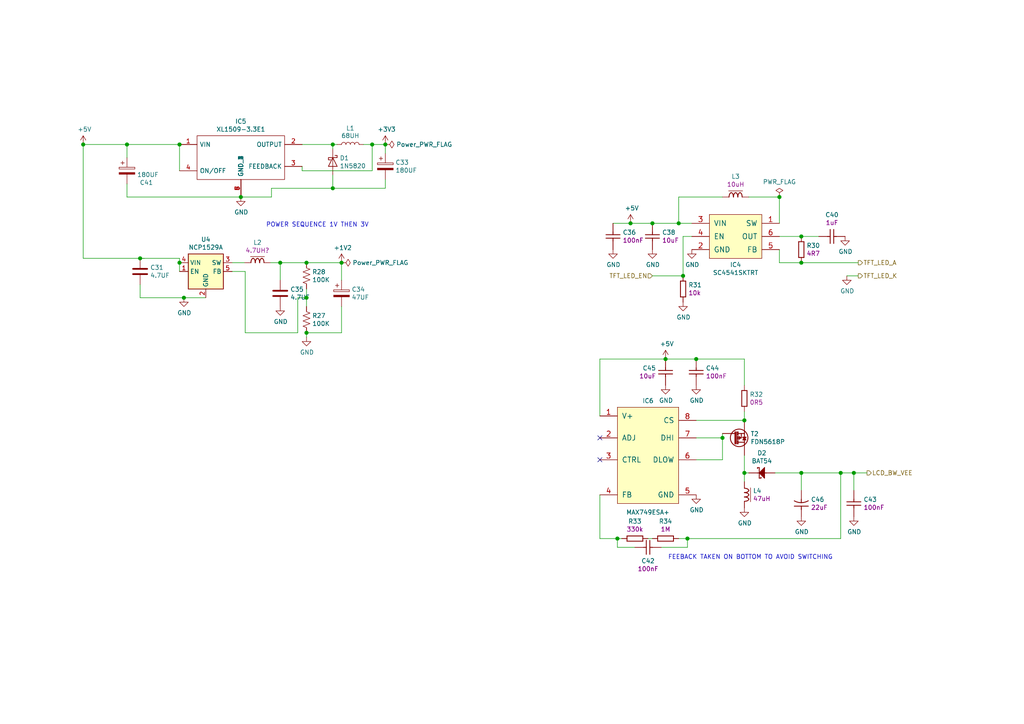
<source format=kicad_sch>
(kicad_sch (version 20200828) (generator eeschema)
  (page 3 7)
  (paper "A4")
  (junction (at 24.13 41.91) (diameter 1.016))
  (junction (at 36.83 41.91) (diameter 1.016))
  (junction (at 40.64 74.93) (diameter 1.016))
  (junction (at 52.07 41.91) (diameter 1.016))
  (junction (at 52.07 76.2) (diameter 1.016))
  (junction (at 53.34 86.36) (diameter 1.016))
  (junction (at 69.85 57.15) (diameter 1.016))
  (junction (at 81.28 76.2) (diameter 1.016))
  (junction (at 88.9 76.2) (diameter 1.016))
  (junction (at 88.9 86.36) (diameter 1.016))
  (junction (at 88.9 96.52) (diameter 1.016))
  (junction (at 96.52 41.91) (diameter 1.016))
  (junction (at 96.52 54.61) (diameter 1.016))
  (junction (at 99.06 76.2) (diameter 1.016))
  (junction (at 107.95 41.91) (diameter 1.016))
  (junction (at 111.76 41.91) (diameter 1.016))
  (junction (at 179.07 156.21) (diameter 1.016))
  (junction (at 182.88 64.77) (diameter 1.016))
  (junction (at 189.23 64.77) (diameter 1.016))
  (junction (at 193.04 104.14) (diameter 1.016))
  (junction (at 196.85 64.77) (diameter 1.016))
  (junction (at 198.12 80.01) (diameter 1.016))
  (junction (at 199.39 156.21) (diameter 1.016))
  (junction (at 201.93 104.14) (diameter 1.016))
  (junction (at 209.55 127) (diameter 1.016))
  (junction (at 215.9 121.92) (diameter 1.016))
  (junction (at 215.9 137.16) (diameter 1.016))
  (junction (at 226.06 57.15) (diameter 1.016))
  (junction (at 232.41 68.58) (diameter 1.016))
  (junction (at 232.41 76.2) (diameter 1.016))
  (junction (at 232.41 137.16) (diameter 1.016))
  (junction (at 243.84 137.16) (diameter 1.016))
  (junction (at 247.65 137.16) (diameter 1.016))
  (no_connect (at 173.99 127))
  (no_connect (at 173.99 133.35))
  (wire (pts (xy 24.13 41.91) (xy 36.83 41.91)))
  (wire (pts (xy 24.13 74.93) (xy 24.13 41.91)))
  (wire (pts (xy 36.83 41.91) (xy 36.83 45.72)))
  (wire (pts (xy 36.83 41.91) (xy 52.07 41.91)))
  (wire (pts (xy 36.83 57.15) (xy 36.83 53.34)))
  (wire (pts (xy 36.83 57.15) (xy 69.85 57.15)))
  (wire (pts (xy 40.64 74.93) (xy 24.13 74.93)))
  (wire (pts (xy 40.64 74.93) (xy 52.07 74.93)))
  (wire (pts (xy 40.64 86.36) (xy 40.64 82.55)))
  (wire (pts (xy 41.91 74.93) (xy 40.64 74.93)))
  (wire (pts (xy 52.07 41.91) (xy 52.07 49.53)))
  (wire (pts (xy 52.07 74.93) (xy 52.07 76.2)))
  (wire (pts (xy 52.07 76.2) (xy 52.07 78.74)))
  (wire (pts (xy 53.34 86.36) (xy 40.64 86.36)))
  (wire (pts (xy 59.69 86.36) (xy 53.34 86.36)))
  (wire (pts (xy 67.31 76.2) (xy 70.866 76.2)))
  (wire (pts (xy 67.31 78.74) (xy 71.12 78.74)))
  (wire (pts (xy 69.85 57.15) (xy 78.74 57.15)))
  (wire (pts (xy 71.12 78.74) (xy 71.12 96.52)))
  (wire (pts (xy 71.12 96.52) (xy 86.36 96.52)))
  (wire (pts (xy 78.486 76.2) (xy 81.28 76.2)))
  (wire (pts (xy 78.74 54.61) (xy 78.74 57.15)))
  (wire (pts (xy 78.74 54.61) (xy 96.52 54.61)))
  (wire (pts (xy 81.28 76.2) (xy 81.28 81.28)))
  (wire (pts (xy 81.28 76.2) (xy 88.9 76.2)))
  (wire (pts (xy 86.36 86.36) (xy 88.9 86.36)))
  (wire (pts (xy 86.36 96.52) (xy 86.36 86.36)))
  (wire (pts (xy 87.63 41.91) (xy 96.52 41.91)))
  (wire (pts (xy 87.63 48.26) (xy 87.63 49.53)))
  (wire (pts (xy 87.63 49.53) (xy 107.95 49.53)))
  (wire (pts (xy 88.9 83.82) (xy 88.9 86.36)))
  (wire (pts (xy 88.9 86.36) (xy 88.9 88.9)))
  (wire (pts (xy 88.9 96.52) (xy 88.9 97.79)))
  (wire (pts (xy 96.52 41.91) (xy 96.52 43.18)))
  (wire (pts (xy 96.52 41.91) (xy 97.79 41.91)))
  (wire (pts (xy 96.52 54.61) (xy 96.52 50.8)))
  (wire (pts (xy 99.06 76.2) (xy 88.9 76.2)))
  (wire (pts (xy 99.06 81.28) (xy 99.06 76.2)))
  (wire (pts (xy 99.06 88.9) (xy 99.06 96.52)))
  (wire (pts (xy 99.06 96.52) (xy 88.9 96.52)))
  (wire (pts (xy 105.41 41.91) (xy 107.95 41.91)))
  (wire (pts (xy 107.95 41.91) (xy 107.95 49.53)))
  (wire (pts (xy 107.95 41.91) (xy 111.76 41.91)))
  (wire (pts (xy 111.76 41.91) (xy 111.76 44.45)))
  (wire (pts (xy 111.76 52.07) (xy 111.76 54.61)))
  (wire (pts (xy 111.76 54.61) (xy 96.52 54.61)))
  (wire (pts (xy 173.99 104.14) (xy 173.99 120.65)))
  (wire (pts (xy 173.99 156.21) (xy 173.99 143.51)))
  (wire (pts (xy 179.07 156.21) (xy 173.99 156.21)))
  (wire (pts (xy 179.07 158.75) (xy 179.07 156.21)))
  (wire (pts (xy 180.34 156.21) (xy 179.07 156.21)))
  (wire (pts (xy 182.88 64.77) (xy 177.8 64.77)))
  (wire (pts (xy 184.15 158.75) (xy 179.07 158.75)))
  (wire (pts (xy 187.96 156.21) (xy 189.23 156.21)))
  (wire (pts (xy 189.23 64.77) (xy 182.88 64.77)))
  (wire (pts (xy 191.77 158.75) (xy 199.39 158.75)))
  (wire (pts (xy 193.04 104.14) (xy 173.99 104.14)))
  (wire (pts (xy 193.04 104.14) (xy 201.93 104.14)))
  (wire (pts (xy 196.85 57.15) (xy 196.85 64.77)))
  (wire (pts (xy 196.85 64.77) (xy 189.23 64.77)))
  (wire (pts (xy 196.85 156.21) (xy 199.39 156.21)))
  (wire (pts (xy 198.12 68.58) (xy 198.12 80.01)))
  (wire (pts (xy 198.12 80.01) (xy 189.23 80.01)))
  (wire (pts (xy 199.39 156.21) (xy 243.84 156.21)))
  (wire (pts (xy 199.39 158.75) (xy 199.39 156.21)))
  (wire (pts (xy 200.66 64.77) (xy 196.85 64.77)))
  (wire (pts (xy 200.66 68.58) (xy 198.12 68.58)))
  (wire (pts (xy 201.93 104.14) (xy 215.9 104.14)))
  (wire (pts (xy 201.93 121.92) (xy 215.9 121.92)))
  (wire (pts (xy 201.93 127) (xy 209.55 127)))
  (wire (pts (xy 201.93 133.35) (xy 209.55 133.35)))
  (wire (pts (xy 209.55 57.15) (xy 196.85 57.15)))
  (wire (pts (xy 209.55 125.73) (xy 209.55 127)))
  (wire (pts (xy 209.55 127) (xy 209.55 133.35)))
  (wire (pts (xy 215.9 104.14) (xy 215.9 111.76)))
  (wire (pts (xy 215.9 119.38) (xy 215.9 121.92)))
  (wire (pts (xy 215.9 132.08) (xy 215.9 137.16)))
  (wire (pts (xy 215.9 137.16) (xy 215.9 139.7)))
  (wire (pts (xy 217.17 57.15) (xy 226.06 57.15)))
  (wire (pts (xy 217.17 137.16) (xy 215.9 137.16)))
  (wire (pts (xy 224.79 137.16) (xy 232.41 137.16)))
  (wire (pts (xy 226.06 57.15) (xy 226.06 64.77)))
  (wire (pts (xy 226.06 68.58) (xy 232.41 68.58)))
  (wire (pts (xy 226.06 76.2) (xy 226.06 72.39)))
  (wire (pts (xy 226.06 76.2) (xy 232.41 76.2)))
  (wire (pts (xy 232.41 76.2) (xy 248.92 76.2)))
  (wire (pts (xy 232.41 137.16) (xy 232.41 142.24)))
  (wire (pts (xy 237.49 68.58) (xy 232.41 68.58)))
  (wire (pts (xy 243.84 137.16) (xy 232.41 137.16)))
  (wire (pts (xy 243.84 137.16) (xy 247.65 137.16)))
  (wire (pts (xy 243.84 156.21) (xy 243.84 137.16)))
  (wire (pts (xy 247.65 137.16) (xy 251.46 137.16)))
  (wire (pts (xy 247.65 142.24) (xy 247.65 137.16)))
  (wire (pts (xy 248.92 80.01) (xy 245.618 80.01)))
  (text "POWER SEQUENCE 1V THEN 3V " (at 107.95 66.04 180) (effects (font (size 1.27 1.27)) (justify right bottom)))
  (text "FEEBACK TAKEN ON BOTTOM TO AVOID SWITCHING" (at 241.554 162.433 180) (effects (font (size 1.27 1.27)) (justify right bottom)))
  (hierarchical_label "TFT_LED_EN" (shape input) (at 189.23 80.01 180))
  (hierarchical_label "TFT_LED_A" (shape output) (at 248.92 76.2 0))
  (hierarchical_label "TFT_LED_K" (shape output) (at 248.92 80.01 0))
  (hierarchical_label "LCD_BW_VEE" (shape output) (at 251.46 137.16 0))
  (symbol (lib_id "archive:Power_PWR_FLAG") (at 99.06 76.2 270) (unit 1)
    (property "Reference" "#FLG02" (effects hide))
    (property "Value" "Power_PWR_FLAG" (at 102.2351 76.2 90) (effects (justify left)))
  )
  (symbol (lib_id "archive:Power_PWR_FLAG") (at 111.76 41.91 270) (unit 1)
    (property "Reference" "#FLG03" (effects hide))
    (property "Value" "Power_PWR_FLAG" (at 114.9351 41.91 90) (effects (justify left)))
  )
  (symbol (lib_id "LCD_Board-rescue:PWR_FLAG-Power") (at 226.06 57.15 0) (unit 1)
    (property "Reference" "#FLG04" (effects hide))
    (property "Value" "PWR_FLAG" (at 226.06 52.7558 0))
  )
  (symbol (lib_id "LCD_Board-rescue:+5V-power") (at 24.13 41.91 0) (unit 1)
    (property "Reference" "#PWR049" (effects hide))
    (property "Value" "+5V" (at 24.511 37.5158 0))
  )
  (symbol (lib_id "power:+1V2") (at 99.06 76.2 0) (unit 1)
    (property "Reference" "#PWR054" (effects hide))
    (property "Value" "+1V2" (at 99.4283 71.8756 0))
  )
  (symbol (lib_id "LCD_Board-rescue:+3V3-power") (at 111.76 41.91 0) (unit 1)
    (property "Reference" "#PWR055" (effects hide))
    (property "Value" "+3V3" (at 112.141 37.5158 0))
  )
  (symbol (lib_id "LCD_Board-rescue:+5V-power") (at 182.88 64.77 0) (unit 1)
    (property "Reference" "#PWR057" (effects hide))
    (property "Value" "+5V" (at 183.261 60.3758 0))
  )
  (symbol (lib_id "LCD_Board-rescue:+5V-power") (at 193.04 104.14 0) (unit 1)
    (property "Reference" "#PWR059" (effects hide))
    (property "Value" "+5V" (at 193.421 99.7458 0))
  )
  (symbol (lib_id "Device:L") (at 101.6 41.91 90) (unit 1)
    (property "Reference" "L1" (at 101.6 37.1918 90))
    (property "Value" "68UH" (at 101.6 39.37 90))
    (property "Footprint" "lcd_cern:IND_MURATA-PS_8400" (effects hide))
  )
  (symbol (lib_id "LCD_Board-rescue:GND-power") (at 53.34 86.36 0) (unit 1)
    (property "Reference" "#PWR050" (effects hide))
    (property "Value" "GND" (at 53.467 90.7542 0))
  )
  (symbol (lib_id "LCD_Board-rescue:GND-power") (at 69.85 57.15 0) (unit 1)
    (property "Reference" "#PWR051" (effects hide))
    (property "Value" "GND" (at 69.977 61.5442 0))
  )
  (symbol (lib_id "LCD_Board-rescue:GND-power") (at 81.28 88.9 0) (unit 1)
    (property "Reference" "#PWR052" (effects hide))
    (property "Value" "GND" (at 81.407 93.2942 0))
  )
  (symbol (lib_id "LCD_Board-rescue:GND-power") (at 88.9 97.79 0) (unit 1)
    (property "Reference" "#PWR053" (effects hide))
    (property "Value" "GND" (at 89.027 102.1842 0))
  )
  (symbol (lib_id "LCD_Board-rescue:GND-power") (at 177.8 72.39 0) (unit 1)
    (property "Reference" "#PWR056" (effects hide))
    (property "Value" "GND" (at 177.927 76.7842 0))
  )
  (symbol (lib_id "LCD_Board-rescue:GND-power") (at 189.23 72.39 0) (unit 1)
    (property "Reference" "#PWR058" (effects hide))
    (property "Value" "GND" (at 189.357 76.7842 0))
  )
  (symbol (lib_id "LCD_Board-rescue:GND-power") (at 193.04 111.76 0) (unit 1)
    (property "Reference" "#PWR060" (effects hide))
    (property "Value" "GND" (at 193.167 116.1542 0))
  )
  (symbol (lib_id "LCD_Board-rescue:GND-power") (at 198.12 87.63 0) (unit 1)
    (property "Reference" "#PWR061" (effects hide))
    (property "Value" "GND" (at 198.247 92.0242 0))
  )
  (symbol (lib_id "LCD_Board-rescue:GND-power") (at 200.66 72.39 0) (unit 1)
    (property "Reference" "#PWR062" (effects hide))
    (property "Value" "GND" (at 200.787 76.7842 0))
  )
  (symbol (lib_id "LCD_Board-rescue:GND-power") (at 201.93 111.76 0) (unit 1)
    (property "Reference" "#PWR063" (effects hide))
    (property "Value" "GND" (at 202.057 116.1542 0))
  )
  (symbol (lib_id "LCD_Board-rescue:GND-power") (at 201.93 143.51 0) (unit 1)
    (property "Reference" "#PWR064" (effects hide))
    (property "Value" "GND" (at 202.057 147.9042 0))
  )
  (symbol (lib_id "LCD_Board-rescue:GND-power") (at 215.9 147.32 0) (unit 1)
    (property "Reference" "#PWR065" (effects hide))
    (property "Value" "GND" (at 216.027 151.7142 0))
  )
  (symbol (lib_id "LCD_Board-rescue:GND-power") (at 232.41 149.86 0) (unit 1)
    (property "Reference" "#PWR066" (effects hide))
    (property "Value" "GND" (at 232.537 154.2542 0))
  )
  (symbol (lib_id "LCD_Board-rescue:GND-power") (at 245.11 68.58 0) (unit 1)
    (property "Reference" "#PWR067" (effects hide))
    (property "Value" "GND" (at 245.237 72.9742 0))
  )
  (symbol (lib_id "LCD_Board-rescue:GND-power") (at 245.618 80.01 0) (unit 1)
    (property "Reference" "#PWR068" (effects hide))
    (property "Value" "GND" (at 245.745 84.4042 0))
  )
  (symbol (lib_id "LCD_Board-rescue:GND-power") (at 247.65 149.86 0) (unit 1)
    (property "Reference" "#PWR069" (effects hide))
    (property "Value" "GND" (at 247.777 154.2542 0))
  )
  (symbol (lib_id "LCD_Board-rescue:R0603_330K_1%_0.1W_100PPM-Resistors_SMD") (at 180.34 156.21 0) (unit 1)
    (property "Reference" "R33" (at 184.15 151.2062 0))
    (property "Value" "R0603_330K_1%_0.1W_100PPM" (effects hide))
    (property "Footprint" "Resistor_SMD:R_0603_1608Metric_Pad0.99x1.00mm_HandSolder" (effects hide))
    (property "Datasheet" " " (effects hide))
    (property "Val" "330k" (at 184.15 153.5176 0))
    (property "Part Number" "R0603_330K_1%_0.1W_100PPM" (effects hide))
    (property "Library Ref" "Resistor - 1%" (effects hide))
    (property "Library Path" "SchLib\\Resistors.SchLib" (effects hide))
    (property "Comment" "330k" (effects hide))
    (property "Component Kind" "Standard" (effects hide))
    (property "Component Type" "Standard" (effects hide))
    (property "PackageDescription" " " (effects hide))
    (property "Pin Count" "2" (effects hide))
    (property "Footprint Path" "PcbLib\\Resistors SMD.PcbLib" (effects hide))
    (property "Footprint Ref" "RESC1608X55N" (effects hide))
    (property "Status" "Preferred" (effects hide))
    (property "Power" "0.1W" (effects hide))
    (property "TC" "±100ppm/°C" (effects hide))
    (property "Voltage" " " (effects hide))
    (property "Tolerance" "±1%" (effects hide))
    (property "Part Description" "General Purpose Thick Film Chip Resistor" (effects hide))
    (property "Manufacturer" "GENERIC" (effects hide))
    (property "Manufacturer Part Number" "R0603_330K_1%_0.1W_100PPM" (effects hide))
    (property "Case" "0603" (effects hide))
    (property "PressFit" "No" (effects hide))
    (property "Mounted" "Yes" (effects hide))
    (property "Sense Comment" " " (effects hide))
    (property "Sense" "No" (effects hide))
    (property "Status Comment" " " (effects hide))
    (property "Socket" "No" (effects hide))
    (property "SMD" "Yes" (effects hide))
    (property "ComponentHeight" " " (effects hide))
    (property "Manufacturer1 Example" "NIC COMPONENT" (effects hide))
    (property "Manufacturer1 Part Number" "NRC06F3303TRF" (effects hide))
    (property "Manufacturer1 ComponentHeight" "0.55mm" (effects hide))
    (property "Author" "CERN DEM JLC" (effects hide))
    (property "CreateDate" "12/03/07 00:00:00" (effects hide))
    (property "LatestRevisionDate" "03/13/08 00:00:00" (effects hide))
    (property "Database Table Name" "Resistors" (effects hide))
    (property "Library Name" "Resistors SMD" (effects hide))
    (property "Footprint Library" "Resistors SMD" (effects hide))
    (property "License" "This work is licensed under the Creative Commons CC-BY-SA 4.0 License. To the extent that circuit schematics that use Licensed Material can be considered to be ‘Adapted Material’, then the copyright holder waives article 3.b of the license with respect to these schematics." (effects hide))
  )
  (symbol (lib_id "LCD_Board-rescue:R0402_1M_1%_0.0625W_100PPM-Resistors_SMD") (at 189.23 156.21 0) (unit 1)
    (property "Reference" "R34" (at 193.04 151.2062 0))
    (property "Value" "R0402_1M_1%_0.0625W_100PPM" (effects hide))
    (property "Footprint" "Resistor_SMD:R_0603_1608Metric_Pad0.99x1.00mm_HandSolder" (effects hide))
    (property "Datasheet" " " (effects hide))
    (property "Val" "1M" (at 193.04 153.5176 0))
    (property "Part Number" "R0402_1M_1%_0.0625W_100PPM" (effects hide))
    (property "Library Ref" "Resistor - 1%" (effects hide))
    (property "Library Path" "SchLib\\Resistors.SchLib" (effects hide))
    (property "Comment" "1M" (effects hide))
    (property "Component Kind" "Standard" (effects hide))
    (property "Component Type" "Standard" (effects hide))
    (property "PackageDescription" " " (effects hide))
    (property "Pin Count" "2" (effects hide))
    (property "Footprint Path" "PcbLib\\Resistors SMD.PcbLib" (effects hide))
    (property "Footprint Ref" "RESC1005X40N" (effects hide))
    (property "Status" "Not Recommended" (effects hide))
    (property "Power" "0.0625W" (effects hide))
    (property "TC" "±100ppm/°C" (effects hide))
    (property "Voltage" " " (effects hide))
    (property "Tolerance" "±1%" (effects hide))
    (property "Part Description" "General Purpose Thick Film Chip Resistor" (effects hide))
    (property "Manufacturer" "GENERIC" (effects hide))
    (property "Manufacturer Part Number" "R0402_1M_1%_0.0625W_100PPM" (effects hide))
    (property "Case" "0402" (effects hide))
    (property "PressFit" "No" (effects hide))
    (property "Mounted" "Yes" (effects hide))
    (property "Sense Comment" " " (effects hide))
    (property "Sense" "No" (effects hide))
    (property "Status Comment" " " (effects hide))
    (property "Socket" "No" (effects hide))
    (property "SMD" "Yes" (effects hide))
    (property "ComponentHeight" " " (effects hide))
    (property "Manufacturer1 Example" "YAGEO PHYCOMP" (effects hide))
    (property "Manufacturer1 Part Number" "232270671005L" (effects hide))
    (property "Manufacturer1 ComponentHeight" "0.4mm" (effects hide))
    (property "Author" "CERN DEM JLC" (effects hide))
    (property "CreateDate" "12/03/07 00:00:00" (effects hide))
    (property "LatestRevisionDate" "10/17/12 00:00:00" (effects hide))
    (property "Database Table Name" "Resistors" (effects hide))
    (property "Library Name" "Resistors SMD" (effects hide))
    (property "Footprint Library" "Resistors SMD" (effects hide))
    (property "License" "This work is licensed under the Creative Commons CC-BY-SA 4.0 License. To the extent that circuit schematics that use Licensed Material can be considered to be ‘Adapted Material’, then the copyright holder waives article 3.b of the license with respect to these schematics." (effects hide))
  )
  (symbol (lib_id "LCD_Board-rescue:R0402_10K_1%_0.0625W_100PPM-Resistors_SMD") (at 198.12 80.01 270) (unit 1)
    (property "Reference" "R31" (at 199.644 82.6516 90) (effects (justify left)))
    (property "Value" "R0402_10K_1%_0.0625W_100PPM" (effects hide))
    (property "Footprint" "Resistor_SMD:R_0603_1608Metric_Pad0.99x1.00mm_HandSolder" (effects hide))
    (property "Datasheet" " " (effects hide))
    (property "Val" "10k" (at 199.644 84.963 90) (effects (justify left)))
    (property "Part Number" "R0402_10K_1%_0.0625W_100PPM" (effects hide))
    (property "Library Ref" "Resistor - 1%" (effects hide))
    (property "Library Path" "SchLib\\Resistors.SchLib" (effects hide))
    (property "Comment" "10k" (effects hide))
    (property "Component Kind" "Standard" (effects hide))
    (property "Component Type" "Standard" (effects hide))
    (property "PackageDescription" " " (effects hide))
    (property "Pin Count" "2" (effects hide))
    (property "Footprint Path" "PcbLib\\Resistors SMD.PcbLib" (effects hide))
    (property "Footprint Ref" "RESC1005X40N" (effects hide))
    (property "Status" "Not Recommended" (effects hide))
    (property "Power" "0.0625W" (effects hide))
    (property "TC" "±100ppm/°C" (effects hide))
    (property "Voltage" " " (effects hide))
    (property "Tolerance" "±1%" (effects hide))
    (property "Part Description" "General Purpose Thick Film Chip Resistor" (effects hide))
    (property "Manufacturer" "GENERIC" (effects hide))
    (property "Manufacturer Part Number" "R0402_10K_1%_0.0625W_100PPM" (effects hide))
    (property "Case" "0402" (effects hide))
    (property "PressFit" "No" (effects hide))
    (property "Mounted" "Yes" (effects hide))
    (property "Sense Comment" " " (effects hide))
    (property "Sense" "No" (effects hide))
    (property "Status Comment" " " (effects hide))
    (property "Socket" "No" (effects hide))
    (property "SMD" "Yes" (effects hide))
    (property "ComponentHeight" " " (effects hide))
    (property "Manufacturer1 Example" "YAGEO PHYCOMP" (effects hide))
    (property "Manufacturer1 Part Number" "232270671003L" (effects hide))
    (property "Manufacturer1 ComponentHeight" "0.4mm" (effects hide))
    (property "Author" "CERN DEM JLC" (effects hide))
    (property "CreateDate" "12/03/07 00:00:00" (effects hide))
    (property "LatestRevisionDate" "10/17/12 00:00:00" (effects hide))
    (property "Database Table Name" "Resistors SMD" (effects hide))
    (property "Library Name" "Resistors.DbLib" (effects hide))
    (property "Footprint Library" "Resistors SMD" (effects hide))
    (property "License" "This work is licensed under the Creative Commons CC-BY-SA 4.0 License. To the extent that circuit schematics that use Licensed Material can be considered to be ‘Adapted Material’, then the copyright holder waives article 3.b of the license with respect to these schematics." (effects hide))
  )
  (symbol (lib_id "LCD_Board-rescue:R0805_0R5_1%_0.125W_200PPM-Resistors_SMD") (at 215.9 111.76 270) (unit 1)
    (property "Reference" "R32" (at 217.424 114.4016 90) (effects (justify left)))
    (property "Value" "R0805_0R5_1%_0.125W_200PPM" (effects hide))
    (property "Footprint" "Resistor_SMD:R_0603_1608Metric_Pad0.99x1.00mm_HandSolder" (effects hide))
    (property "Datasheet" " " (effects hide))
    (property "Val" "0R5" (at 217.424 116.713 90) (effects (justify left)))
    (property "Part Number" "R0805_0R5_1%_0.125W_200PPM" (effects hide))
    (property "Library Ref" "Resistor - 1%" (effects hide))
    (property "Library Path" "SchLib\\Resistors.SchLib" (effects hide))
    (property "Comment" "0R5" (effects hide))
    (property "Component Kind" "Standard" (effects hide))
    (property "Component Type" "Standard" (effects hide))
    (property "PackageDescription" " " (effects hide))
    (property "Pin Count" "2" (effects hide))
    (property "Footprint Path" "PcbLib\\Resistors SMD.PcbLib" (effects hide))
    (property "Footprint Ref" "RESC2012X60N" (effects hide))
    (property "Status" "None" (effects hide))
    (property "Power" "0.125W" (effects hide))
    (property "TC" "±200ppm/°C" (effects hide))
    (property "Voltage" " " (effects hide))
    (property "Tolerance" "±1%" (effects hide))
    (property "Part Description" "Thin Film Chip Resistor" (effects hide))
    (property "Manufacturer" "GENERIC" (effects hide))
    (property "Manufacturer Part Number" "R0805_0R5_1%_0.125W_200PPM" (effects hide))
    (property "Case" "0805" (effects hide))
    (property "PressFit" "No" (effects hide))
    (property "Mounted" "Yes" (effects hide))
    (property "Sense Comment" " " (effects hide))
    (property "Sense" "No" (effects hide))
    (property "Status Comment" " " (effects hide))
    (property "Socket" "No" (effects hide))
    (property "SMD" "Yes" (effects hide))
    (property "ComponentHeight" " " (effects hide))
    (property "Manufacturer1 Example" "SUSUMU" (effects hide))
    (property "Manufacturer1 Part Number" "RL1220S-R50-F" (effects hide))
    (property "Manufacturer1 ComponentHeight" "0.65mm" (effects hide))
    (property "Author" "CERN DEM JLC" (effects hide))
    (property "CreateDate" "11/09/10 00:00:00" (effects hide))
    (property "LatestRevisionDate" "11/09/10 00:00:00" (effects hide))
    (property "Database Table Name" "Resistors" (effects hide))
    (property "Library Name" "Resistors SMD" (effects hide))
    (property "Footprint Library" "Resistors SMD" (effects hide))
    (property "License" "This work is licensed under the Creative Commons CC-BY-SA 4.0 License. To the extent that circuit schematics that use Licensed Material can be considered to be ‘Adapted Material’, then the copyright holder waives article 3.b of the license with respect to these schematics." (effects hide))
  )
  (symbol (lib_id "LCD_Board-rescue:R1206_4R7_1%_0.25W_200PPM-Resistors_SMD") (at 232.41 76.2 90) (unit 1)
    (property "Reference" "R30" (at 233.934 71.2216 90) (effects (justify right)))
    (property "Value" "R1206_4R7_1%_0.25W_200PPM" (effects hide))
    (property "Footprint" "Resistor_SMD:R_0603_1608Metric_Pad0.99x1.00mm_HandSolder" (effects hide))
    (property "Datasheet" " " (effects hide))
    (property "Val" "4R7" (at 233.934 73.533 90) (effects (justify right)))
    (property "Part Number" "R1206_4R7_1%_0.25W_200PPM" (effects hide))
    (property "Library Ref" "Resistor - 1%" (effects hide))
    (property "Library Path" "SchLib\\Resistors.SchLib" (effects hide))
    (property "Comment" "4R7" (effects hide))
    (property "Component Kind" "Standard" (effects hide))
    (property "Component Type" "Standard" (effects hide))
    (property "PackageDescription" " " (effects hide))
    (property "Pin Count" "2" (effects hide))
    (property "Footprint Path" "PcbLib\\Resistors SMD.PcbLib" (effects hide))
    (property "Footprint Ref" "RESC3216X65N" (effects hide))
    (property "Status" "Preferred" (effects hide))
    (property "Power" "0.25W" (effects hide))
    (property "TC" "±200ppm/°C" (effects hide))
    (property "Voltage" " " (effects hide))
    (property "Tolerance" "±1%" (effects hide))
    (property "Part Description" "General Purpose Thick Film Chip Resistor" (effects hide))
    (property "Manufacturer" "GENERIC" (effects hide))
    (property "Manufacturer Part Number" "R1206_4R7_1%_0.25W_200PPM" (effects hide))
    (property "Case" "1206" (effects hide))
    (property "PressFit" "No" (effects hide))
    (property "Mounted" "Yes" (effects hide))
    (property "Sense Comment" " " (effects hide))
    (property "Sense" "No" (effects hide))
    (property "Status Comment" " " (effects hide))
    (property "Socket" "No" (effects hide))
    (property "SMD" "Yes" (effects hide))
    (property "ComponentHeight" " " (effects hide))
    (property "Manufacturer1 Example" "YAGEO PHYCOMP" (effects hide))
    (property "Manufacturer1 Part Number" "232272464708L or RC1206FR-074R7L" (effects hide))
    (property "Manufacturer1 ComponentHeight" "0.65mm" (effects hide))
    (property "Author" "CERN DEM JLC" (effects hide))
    (property "CreateDate" "12/03/07 00:00:00" (effects hide))
    (property "LatestRevisionDate" "10/17/12 00:00:00" (effects hide))
    (property "Database Table Name" "Resistors" (effects hide))
    (property "Library Name" "Resistors SMD" (effects hide))
    (property "Footprint Library" "Resistors SMD" (effects hide))
    (property "License" "This work is licensed under the Creative Commons CC-BY-SA 4.0 License. To the extent that circuit schematics that use Licensed Material can be considered to be ‘Adapted Material’, then the copyright holder waives article 3.b of the license with respect to these schematics." (effects hide))
  )
  (symbol (lib_id "Device:R_US") (at 88.9 80.01 0) (unit 1)
    (property "Reference" "R28" (at 90.5511 78.8606 0) (effects (justify left)))
    (property "Value" "100K" (at 90.551 81.159 0) (effects (justify left)))
    (property "Footprint" "Resistor_SMD:R_0603_1608Metric_Pad0.99x1.00mm_HandSolder" (effects hide))
  )
  (symbol (lib_id "Device:R_US") (at 88.9 92.71 0) (unit 1)
    (property "Reference" "R27" (at 90.5511 91.5606 0) (effects (justify left)))
    (property "Value" "100K" (at 90.551 93.859 0) (effects (justify left)))
    (property "Footprint" "Resistor_SMD:R_0603_1608Metric_Pad0.99x1.00mm_HandSolder" (effects hide))
  )
  (symbol (lib_id "LCD_Board-rescue:IND_10UH_10%_MURATA-PS_8400-Inductors_SMD") (at 70.866 76.2 0) (unit 1)
    (property "Reference" "L2" (at 74.676 70.3388 0))
    (property "Value" "IND_10UH_10%_MURATA-PS_8400-Inductors_SMD" (effects hide))
    (property "Footprint" "lcd_cern:IND_MURATA-PS_8400" (effects hide))
    (property "Val" "4.7UH\r\n" (at 74.676 72.637 0))
    (property "Part Number" "IND_10UH_10%_MURATA-PS_8400" (effects hide))
    (property "Library Ref" "Inductor With Magnetic core" (effects hide))
    (property "Library Path" "SchLib\\Inductors & Transformers.SchLib" (effects hide))
    (property "Comment" "10uH" (effects hide))
    (property "Component Kind" "Standard" (effects hide))
    (property "Component Type" "Standard" (effects hide))
    (property "PackageDescription" " " (effects hide))
    (property "Pin Count" "2" (effects hide))
    (property "Footprint Path" "PcbLib\\Inductors SMD.PcbLib" (effects hide))
    (property "Footprint Ref" "IND_MURATA-PS_8400" (effects hide))
    (property "Status" "None" (effects hide))
    (property "Power" "950mA" (effects hide))
    (property "Resistance" "0.24R" (effects hide))
    (property "Tolerance" "±10%" (effects hide))
    (property "Part Description" "Miniature Surface Mount Power Inductor (8400 Series)" (effects hide))
    (property "Manufacturer" "MURATA POWER SOLUTIONS" (effects hide))
    (property "Manufacturer Part Number" "84103C" (effects hide))
    (property "Case" " " (effects hide))
    (property "Mounted" "Yes" (effects hide))
    (property "Socket" "No" (effects hide))
    (property "SMD" "Yes" (effects hide))
    (property "Sense Comment" " " (effects hide))
    (property "Sense" "No" (effects hide))
    (property "Status Comment" " " (effects hide))
    (property "ComponentHeight" "2.9mm" (effects hide))
    (property "Author" "CERN DEM JLC" (effects hide))
    (property "CreateDate" "07/02/12 00:00:00" (effects hide))
    (property "LatestRevisionDate" "07/02/12 00:00:00" (effects hide))
    (property "Database Table Name" "Inductors & Transformers" (effects hide))
    (property "Library Name" "Inductors SMD" (effects hide))
    (property "Footprint Library" "Inductors SMD" (effects hide))
    (property "License" "This work is licensed under the Creative Commons CC-BY-SA 4.0 License. To the extent that circuit schematics that use Licensed Material can be considered to be ‘Adapted Material’, then the copyright holder waives article 3.b of the license with respect to these schematics." (effects hide))
  )
  (symbol (lib_name "LCD_Board-rescue:IND_10UH_10%_MURATA-PS_8400-Inductors_SMD_1") (lib_id "LCD_Board-rescue:IND_10UH_10%_MURATA-PS_8400-Inductors_SMD") (at 209.55 57.15 0) (unit 1)
    (property "Reference" "L3" (at 213.36 51.181 0))
    (property "Value" "IND_10UH_10%_MURATA-PS_8400" (effects hide))
    (property "Footprint" "lcd_cern:IND_MURATA-PS_8400" (effects hide))
    (property "Datasheet" " " (effects hide))
    (property "Val" "10uH" (at 213.36 53.4924 0))
    (property "Part Number" "IND_10UH_10%_MURATA-PS_8400" (effects hide))
    (property "Library Ref" "Inductor With Magnetic core" (effects hide))
    (property "Library Path" "SchLib\\Inductors & Transformers.SchLib" (effects hide))
    (property "Comment" "10uH" (effects hide))
    (property "Component Kind" "Standard" (effects hide))
    (property "Component Type" "Standard" (effects hide))
    (property "PackageDescription" " " (effects hide))
    (property "Pin Count" "2" (effects hide))
    (property "Footprint Path" "PcbLib\\Inductors SMD.PcbLib" (effects hide))
    (property "Footprint Ref" "IND_MURATA-PS_8400" (effects hide))
    (property "Status" "None" (effects hide))
    (property "Power" "950mA" (effects hide))
    (property "Resistance" "0.24R" (effects hide))
    (property "Tolerance" "±10%" (effects hide))
    (property "Part Description" "Miniature Surface Mount Power Inductor (8400 Series)" (effects hide))
    (property "Manufacturer" "MURATA POWER SOLUTIONS" (effects hide))
    (property "Manufacturer Part Number" "84103C" (effects hide))
    (property "Case" " " (effects hide))
    (property "Mounted" "Yes" (effects hide))
    (property "Socket" "No" (effects hide))
    (property "SMD" "Yes" (effects hide))
    (property "Sense Comment" " " (effects hide))
    (property "Sense" "No" (effects hide))
    (property "Status Comment" " " (effects hide))
    (property "ComponentHeight" "2.9mm" (effects hide))
    (property "Author" "CERN DEM JLC" (effects hide))
    (property "CreateDate" "07/02/12 00:00:00" (effects hide))
    (property "LatestRevisionDate" "07/02/12 00:00:00" (effects hide))
    (property "Database Table Name" "Inductors & Transformers" (effects hide))
    (property "Library Name" "Inductors SMD" (effects hide))
    (property "Footprint Library" "Inductors SMD" (effects hide))
    (property "License" "This work is licensed under the Creative Commons CC-BY-SA 4.0 License. To the extent that circuit schematics that use Licensed Material can be considered to be ‘Adapted Material’, then the copyright holder waives article 3.b of the license with respect to these schematics." (effects hide))
  )
  (symbol (lib_id "LCD_Board-rescue:IND_47UH_10%_MURATA-PS_8400-Inductors_SMD") (at 215.9 139.7 270) (unit 1)
    (property "Reference" "L4" (at 218.3892 142.3416 90) (effects (justify left)))
    (property "Value" "IND_47UH_10%_MURATA-PS_8400" (effects hide))
    (property "Footprint" "lcd_cern:IND_MURATA-PS_8400" (effects hide))
    (property "Datasheet" " " (effects hide))
    (property "Val" "47uH" (at 218.3892 144.653 90) (effects (justify left)))
    (property "Part Number" "IND_47UH_10%_MURATA-PS_8400" (effects hide))
    (property "Library Ref" "Inductor With Magnetic core" (effects hide))
    (property "Library Path" "SchLib\\Inductors & Transformers.SchLib" (effects hide))
    (property "Comment" "47uH" (effects hide))
    (property "Component Kind" "Standard" (effects hide))
    (property "Component Type" "Standard" (effects hide))
    (property "PackageDescription" " " (effects hide))
    (property "Pin Count" "2" (effects hide))
    (property "Footprint Path" "PcbLib\\Inductors SMD.PcbLib" (effects hide))
    (property "Footprint Ref" "IND_MURATA-PS_8400" (effects hide))
    (property "Status" "None" (effects hide))
    (property "Power" "420mA" (effects hide))
    (property "Resistance" "1.1R" (effects hide))
    (property "Tolerance" "±10%" (effects hide))
    (property "Part Description" "Miniature Surface Mount Power Inductor (8400 Series)" (effects hide))
    (property "Manufacturer" "MURATA POWER SOLUTIONS" (effects hide))
    (property "Manufacturer Part Number" "84473C" (effects hide))
    (property "Case" " " (effects hide))
    (property "Mounted" "Yes" (effects hide))
    (property "Socket" "No" (effects hide))
    (property "SMD" "Yes" (effects hide))
    (property "Sense Comment" " " (effects hide))
    (property "Sense" "No" (effects hide))
    (property "Status Comment" " " (effects hide))
    (property "ComponentHeight" "2.9mm" (effects hide))
    (property "Author" "CERN DEM JLC" (effects hide))
    (property "CreateDate" "09/21/11 00:00:00" (effects hide))
    (property "LatestRevisionDate" "09/21/11 00:00:00" (effects hide))
    (property "Database Table Name" "Inductors & Transformers" (effects hide))
    (property "Library Name" "Inductors SMD" (effects hide))
    (property "Footprint Library" "Inductors SMD" (effects hide))
    (property "License" "This work is licensed under the Creative Commons CC-BY-SA 4.0 License. To the extent that circuit schematics that use Licensed Material can be considered to be ‘Adapted Material’, then the copyright holder waives article 3.b of the license with respect to these schematics." (effects hide))
  )
  (symbol (lib_id "Device:D_Schottky") (at 96.52 46.99 270) (unit 1)
    (property "Reference" "D1" (at 98.5267 45.8406 90) (effects (justify left)))
    (property "Value" "1N5820" (at 98.527 48.139 90) (effects (justify left)))
    (property "Footprint" "Diode_SMD:D_SMC" (effects hide))
  )
  (symbol (lib_id "LCD_Board-rescue:BAT54-Diodes") (at 224.79 137.16 180) (unit 1)
    (property "Reference" "D2" (at 220.98 131.3942 0))
    (property "Value" "BAT54" (at 220.98 133.7056 0))
    (property "Footprint" "ICs And Semiconductors SMD:SOT95P240X130-3N" (effects hide))
    (property "Datasheet" " " (effects hide))
    (property "Part Number" "BAT54" (effects hide))
    (property "Library Ref" "Diode Schottky A1C3" (effects hide))
    (property "Library Path" "SchLib\\Diodes.SchLib" (effects hide))
    (property "Comment" "BAT54" (effects hide))
    (property "Component Kind" "Standard" (effects hide))
    (property "Component Type" "Standard" (effects hide))
    (property "Device" "BAT54" (effects hide))
    (property "PackageDescription" "SOT, 0.95mm Pitch; 3 Pin, 1.30mm W X 2.90mm L X 1.30mm H body, IPC Medium Density" (effects hide))
    (property "Voltage" "30V" (effects hide))
    (property "Power" "200mA" (effects hide))
    (property "Status" " " (effects hide))
    (property "Part Description" "Single Small Signal Schottky Diode" (effects hide))
    (property "Manufacturer" "FAIRCHILD SEMICONDUCTOR" (effects hide))
    (property "Manufacturer Part Number" "BAT54" (effects hide))
    (property "Pin Count" "3" (effects hide))
    (property "Case" "SOT23-3" (effects hide))
    (property "Mounted" "Yes" (effects hide))
    (property "Socket" "No" (effects hide))
    (property "SMD" "Yes" (effects hide))
    (property "PressFit" "No" (effects hide))
    (property "Sense" "No" (effects hide))
    (property "Sense Comment" " " (effects hide))
    (property "Bonding" "No" (effects hide))
    (property "Status Comment" " " (effects hide))
    (property "ComponentHeight" "1.30mm" (effects hide))
    (property "Footprint Path" "PcbLib\\ICs And Semiconductors SMD.PcbLib" (effects hide))
    (property "Footprint Ref" "SOT95P240X130-3N" (effects hide))
    (property "ComponentLink1Description" " " (effects hide))
    (property "ComponentLink2Description" " " (effects hide))
    (property "Author" "CERN DEM JLC" (effects hide))
    (property "CreateDate" "09/17/09 00:00:00" (effects hide))
    (property "LatestRevisionDate" "05/27/10 00:00:00" (effects hide))
    (property "Database Table Name" "ICs And Semiconductors" (effects hide))
    (property "Library Name" "Diodes" (effects hide))
    (property "Footprint Library" "ICs And Semiconductors SMD" (effects hide))
    (property "License" "This work is licensed under the Creative Commons CC-BY-SA 4.0 License. To the extent that circuit schematics that use Licensed Material can be considered to be ‘Adapted Material’, then the copyright holder waives article 3.b of the license with respect to these schematics." (effects hide))
  )
  (symbol (lib_id "LCD_Board-rescue:CC0603_100NF_50V_10%_X7R-Capacitors_SMD") (at 177.8 64.77 270) (unit 1)
    (property "Reference" "C36" (at 180.594 67.4116 90) (effects (justify left)))
    (property "Value" "CC0603_100NF_50V_10%_X7R" (effects hide))
    (property "Footprint" "Capacitor_SMD:C_0603_1608Metric_Pad0.99x1.00mm_HandSolder" (effects hide))
    (property "Datasheet" " " (effects hide))
    (property "Val" "100nF" (at 180.594 69.723 90) (effects (justify left)))
    (property "Part Number" "CC0603_100NF_50V_10%_X7R" (effects hide))
    (property "Library Ref" "Capacitor - non polarized" (effects hide))
    (property "Library Path" "SchLib\\Capacitors.SchLib" (effects hide))
    (property "Comment" "100nF" (effects hide))
    (property "Component Kind" "Standard" (effects hide))
    (property "Component Type" "Standard" (effects hide))
    (property "Pin Count" "2" (effects hide))
    (property "Footprint Path" "PcbLib\\Capacitors SMD.PcbLib" (effects hide))
    (property "Footprint Ref" "CAPC1608X87N" (effects hide))
    (property "PackageDescription" " " (effects hide))
    (property "Status" "Preferred" (effects hide))
    (property "Status Comment" " " (effects hide))
    (property "Voltage" "50V" (effects hide))
    (property "TC" "X7R" (effects hide))
    (property "Tolerance" "±10%" (effects hide))
    (property "Part Description" "SMD Multilayer Chip Ceramic Capacitor" (effects hide))
    (property "Manufacturer" "GENERIC" (effects hide))
    (property "Manufacturer Part Number" "CC0603_100NF_50V_10%_X7R" (effects hide))
    (property "Case" "0603" (effects hide))
    (property "Mounted" "Yes" (effects hide))
    (property "Socket" "No" (effects hide))
    (property "SMD" "Yes" (effects hide))
    (property "PressFit" " " (effects hide))
    (property "Sense" "No" (effects hide))
    (property "Sense Comment" " " (effects hide))
    (property "ComponentHeight" " " (effects hide))
    (property "Manufacturer1 Example" "PHYCOMP" (effects hide))
    (property "Manufacturer1 Part Number" "223858615649" (effects hide))
    (property "Manufacturer1 ComponentHeight" "0.87mm" (effects hide))
    (property "Author" "CERN DEM JLC" (effects hide))
    (property "CreateDate" "12/03/07 00:00:00" (effects hide))
    (property "LatestRevisionDate" "12/03/07 00:00:00" (effects hide))
    (property "Database Table Name" "Capacitors" (effects hide))
    (property "Library Name" "Capacitors SMD" (effects hide))
    (property "Footprint Library" "Capacitors SMD" (effects hide))
    (property "License" "This work is licensed under the Creative Commons CC-BY-SA 4.0 License. To the extent that circuit schematics that use Licensed Material can be considered to be ‘Adapted Material’, then the copyright holder waives article 3.b of the license with respect to these schematics." (effects hide))
  )
  (symbol (lib_id "LCD_Board-rescue:CC0603_100NF_50V_10%_X7R-Capacitors_SMD") (at 184.15 158.75 0) (unit 1)
    (property "Reference" "C42" (at 187.96 162.687 0))
    (property "Value" "CC0603_100NF_50V_10%_X7R" (effects hide))
    (property "Footprint" "Capacitor_SMD:C_0603_1608Metric_Pad0.99x1.00mm_HandSolder" (effects hide))
    (property "Datasheet" " " (effects hide))
    (property "Val" "100nF" (at 187.96 164.9984 0))
    (property "Part Number" "CC0603_100NF_50V_10%_X7R" (effects hide))
    (property "Library Ref" "Capacitor - non polarized" (effects hide))
    (property "Library Path" "SchLib\\Capacitors.SchLib" (effects hide))
    (property "Comment" "100nF" (effects hide))
    (property "Component Kind" "Standard" (effects hide))
    (property "Component Type" "Standard" (effects hide))
    (property "Pin Count" "2" (effects hide))
    (property "Footprint Path" "PcbLib\\Capacitors SMD.PcbLib" (effects hide))
    (property "Footprint Ref" "CAPC1608X87N" (effects hide))
    (property "PackageDescription" " " (effects hide))
    (property "Status" "Preferred" (effects hide))
    (property "Status Comment" " " (effects hide))
    (property "Voltage" "50V" (effects hide))
    (property "TC" "X7R" (effects hide))
    (property "Tolerance" "±10%" (effects hide))
    (property "Part Description" "SMD Multilayer Chip Ceramic Capacitor" (effects hide))
    (property "Manufacturer" "GENERIC" (effects hide))
    (property "Manufacturer Part Number" "CC0603_100NF_50V_10%_X7R" (effects hide))
    (property "Case" "0603" (effects hide))
    (property "Mounted" "Yes" (effects hide))
    (property "Socket" "No" (effects hide))
    (property "SMD" "Yes" (effects hide))
    (property "PressFit" " " (effects hide))
    (property "Sense" "No" (effects hide))
    (property "Sense Comment" " " (effects hide))
    (property "ComponentHeight" " " (effects hide))
    (property "Manufacturer1 Example" "PHYCOMP" (effects hide))
    (property "Manufacturer1 Part Number" "223858615649" (effects hide))
    (property "Manufacturer1 ComponentHeight" "0.87mm" (effects hide))
    (property "Author" "CERN DEM JLC" (effects hide))
    (property "CreateDate" "12/03/07 00:00:00" (effects hide))
    (property "LatestRevisionDate" "12/03/07 00:00:00" (effects hide))
    (property "Database Table Name" "Capacitors" (effects hide))
    (property "Library Name" "Capacitors SMD" (effects hide))
    (property "Footprint Library" "Capacitors SMD" (effects hide))
    (property "License" "This work is licensed under the Creative Commons CC-BY-SA 4.0 License. To the extent that circuit schematics that use Licensed Material can be considered to be ‘Adapted Material’, then the copyright holder waives article 3.b of the license with respect to these schematics." (effects hide))
  )
  (symbol (lib_id "LCD_Board-rescue:CC0603_10UF_16V_20%_X5R-Capacitors_SMD") (at 189.23 64.77 270) (unit 1)
    (property "Reference" "C38" (at 192.024 67.4116 90) (effects (justify left)))
    (property "Value" "CC0603_10UF_16V_20%_X5R" (effects hide))
    (property "Footprint" "Capacitor_SMD:C_1206_3216Metric" (effects hide))
    (property "Datasheet" " " (effects hide))
    (property "Val" "10uF" (at 192.024 69.723 90) (effects (justify left)))
    (property "Part Number" "CC0603_10UF_16V_20%_X5R" (effects hide))
    (property "Library Ref" "Capacitor - non polarized" (effects hide))
    (property "Library Path" "SchLib\\Capacitors.SchLib" (effects hide))
    (property "Comment" "10uF" (effects hide))
    (property "Component Kind" "Standard" (effects hide))
    (property "Component Type" "Standard" (effects hide))
    (property "Pin Count" "2" (effects hide))
    (property "Footprint Path" "PcbLib\\Capacitors SMD.PcbLib" (effects hide))
    (property "Footprint Ref" "CAPC1608X80N" (effects hide))
    (property "PackageDescription" " " (effects hide))
    (property "Status" "None" (effects hide))
    (property "Status Comment" " " (effects hide))
    (property "Voltage" "16V" (effects hide))
    (property "TC" "X5R" (effects hide))
    (property "Tolerance" "±20%" (effects hide))
    (property "Part Description" "SMD Multilayer Chip Ceramic Capacitor" (effects hide))
    (property "Manufacturer" "GENERIC" (effects hide))
    (property "Manufacturer Part Number" "CC0603_10UF_16V_20%_X5R" (effects hide))
    (property "Case" "0603" (effects hide))
    (property "Mounted" "Yes" (effects hide))
    (property "Socket" "No" (effects hide))
    (property "SMD" "Yes" (effects hide))
    (property "PressFit" " " (effects hide))
    (property "Sense" "No" (effects hide))
    (property "Sense Comment" " " (effects hide))
    (property "ComponentHeight" " " (effects hide))
    (property "Manufacturer1 Example" "MURATA" (effects hide))
    (property "Manufacturer1 Part Number" "GRM188R61C106MA73D" (effects hide))
    (property "Manufacturer1 ComponentHeight" "0.8mm" (effects hide))
    (property "Author" "CERN DEM MR" (effects hide))
    (property "CreateDate" "03/02/16 00:00:00" (effects hide))
    (property "LatestRevisionDate" "03/02/16 00:00:00" (effects hide))
    (property "Database Table Name" "Capacitors SMD" (effects hide))
    (property "Library Name" "Capacitors.DbLib" (effects hide))
    (property "Footprint Library" "Capacitors SMD" (effects hide))
    (property "License" "This work is licensed under the Creative Commons CC-BY-SA 4.0 License. To the extent that circuit schematics that use Licensed Material can be considered to be ‘Adapted Material’, then the copyright holder waives article 3.b of the license with respect to these schematics." (effects hide))
  )
  (symbol (lib_name "LCD_Board-rescue:CC0603_10UF_16V_20%_X5R-Capacitors_SMD_1") (lib_id "LCD_Board-rescue:CC0603_10UF_16V_20%_X5R-Capacitors_SMD") (at 193.04 104.14 270) (unit 1)
    (property "Reference" "C45" (at 190.2714 106.7816 90) (effects (justify right)))
    (property "Value" "1206_10UF_16V_20%_X5R" (effects hide))
    (property "Footprint" "Capacitor_SMD:C_1206_3216Metric_Pad1.39x1.80mm_HandSolder" (effects hide))
    (property "Datasheet" " " (effects hide))
    (property "Val" "10uF" (at 190.2714 109.093 90) (effects (justify right)))
    (property "Part Number" "CC0603_10UF_16V_20%_X5R" (effects hide))
    (property "Library Ref" "Capacitor - non polarized" (effects hide))
    (property "Library Path" "SchLib\\Capacitors.SchLib" (effects hide))
    (property "Comment" "10uF" (effects hide))
    (property "Component Kind" "Standard" (effects hide))
    (property "Component Type" "Standard" (effects hide))
    (property "Pin Count" "2" (effects hide))
    (property "Footprint Path" "PcbLib\\Capacitors SMD.PcbLib" (effects hide))
    (property "Footprint Ref" "CAPC1608X80N" (effects hide))
    (property "PackageDescription" " " (effects hide))
    (property "Status" "None" (effects hide))
    (property "Status Comment" " " (effects hide))
    (property "Voltage" "16V" (effects hide))
    (property "TC" "X5R" (effects hide))
    (property "Tolerance" "±20%" (effects hide))
    (property "Part Description" "SMD Multilayer Chip Ceramic Capacitor" (effects hide))
    (property "Manufacturer" "GENERIC" (effects hide))
    (property "Manufacturer Part Number" "CC0603_10UF_16V_20%_X5R" (effects hide))
    (property "Case" "0603" (effects hide))
    (property "Mounted" "Yes" (effects hide))
    (property "Socket" "No" (effects hide))
    (property "SMD" "Yes" (effects hide))
    (property "PressFit" " " (effects hide))
    (property "Sense" "No" (effects hide))
    (property "Sense Comment" " " (effects hide))
    (property "ComponentHeight" " " (effects hide))
    (property "Manufacturer1 Example" "MURATA" (effects hide))
    (property "Manufacturer1 Part Number" "GRM188R61C106MA73D" (effects hide))
    (property "Manufacturer1 ComponentHeight" "0.8mm" (effects hide))
    (property "Author" "CERN DEM MR" (effects hide))
    (property "CreateDate" "03/02/16 00:00:00" (effects hide))
    (property "LatestRevisionDate" "03/02/16 00:00:00" (effects hide))
    (property "Database Table Name" "Capacitors SMD" (effects hide))
    (property "Library Name" "Capacitors.DbLib" (effects hide))
    (property "Footprint Library" "Capacitors SMD" (effects hide))
    (property "License" "This work is licensed under the Creative Commons CC-BY-SA 4.0 License. To the extent that circuit schematics that use Licensed Material can be considered to be ‘Adapted Material’, then the copyright holder waives article 3.b of the license with respect to these schematics." (effects hide))
  )
  (symbol (lib_id "LCD_Board-rescue:CC0603_100NF_50V_10%_X7R-Capacitors_SMD") (at 201.93 104.14 270) (unit 1)
    (property "Reference" "C44" (at 204.724 106.7816 90) (effects (justify left)))
    (property "Value" "CC0603_100NF_50V_10%_X7R" (effects hide))
    (property "Footprint" "Capacitor_SMD:C_0603_1608Metric_Pad0.99x1.00mm_HandSolder" (effects hide))
    (property "Datasheet" " " (effects hide))
    (property "Val" "100nF" (at 204.724 109.093 90) (effects (justify left)))
    (property "Part Number" "CC0603_100NF_50V_10%_X7R" (effects hide))
    (property "Library Ref" "Capacitor - non polarized" (effects hide))
    (property "Library Path" "SchLib\\Capacitors.SchLib" (effects hide))
    (property "Comment" "100nF" (effects hide))
    (property "Component Kind" "Standard" (effects hide))
    (property "Component Type" "Standard" (effects hide))
    (property "Pin Count" "2" (effects hide))
    (property "Footprint Path" "PcbLib\\Capacitors SMD.PcbLib" (effects hide))
    (property "Footprint Ref" "CAPC1608X87N" (effects hide))
    (property "PackageDescription" " " (effects hide))
    (property "Status" "Preferred" (effects hide))
    (property "Status Comment" " " (effects hide))
    (property "Voltage" "50V" (effects hide))
    (property "TC" "X7R" (effects hide))
    (property "Tolerance" "±10%" (effects hide))
    (property "Part Description" "SMD Multilayer Chip Ceramic Capacitor" (effects hide))
    (property "Manufacturer" "GENERIC" (effects hide))
    (property "Manufacturer Part Number" "CC0603_100NF_50V_10%_X7R" (effects hide))
    (property "Case" "0603" (effects hide))
    (property "Mounted" "Yes" (effects hide))
    (property "Socket" "No" (effects hide))
    (property "SMD" "Yes" (effects hide))
    (property "PressFit" " " (effects hide))
    (property "Sense" "No" (effects hide))
    (property "Sense Comment" " " (effects hide))
    (property "ComponentHeight" " " (effects hide))
    (property "Manufacturer1 Example" "PHYCOMP" (effects hide))
    (property "Manufacturer1 Part Number" "223858615649" (effects hide))
    (property "Manufacturer1 ComponentHeight" "0.87mm" (effects hide))
    (property "Author" "CERN DEM JLC" (effects hide))
    (property "CreateDate" "12/03/07 00:00:00" (effects hide))
    (property "LatestRevisionDate" "12/03/07 00:00:00" (effects hide))
    (property "Database Table Name" "Capacitors" (effects hide))
    (property "Library Name" "Capacitors SMD" (effects hide))
    (property "Footprint Library" "Capacitors SMD" (effects hide))
    (property "License" "This work is licensed under the Creative Commons CC-BY-SA 4.0 License. To the extent that circuit schematics that use Licensed Material can be considered to be ‘Adapted Material’, then the copyright holder waives article 3.b of the license with respect to these schematics." (effects hide))
  )
  (symbol (lib_id "LCD_Board-rescue:CC0805_1UF_35V_20%_X7R-Capacitors_SMD") (at 237.49 68.58 0) (unit 1)
    (property "Reference" "C40" (at 241.3 62.3062 0))
    (property "Value" "CC0805_1UF_35V_20%_X7R" (effects hide))
    (property "Footprint" "Capacitor_SMD:C_0603_1608Metric_Pad0.99x1.00mm_HandSolder" (effects hide))
    (property "Datasheet" " " (effects hide))
    (property "Val" "1uF" (at 241.3 64.6176 0))
    (property "Part Number" "CC0805_1UF_35V_20%_X7R" (effects hide))
    (property "Library Ref" "Capacitor - non polarized" (effects hide))
    (property "Library Path" "SchLib\\Capacitors.SchLib" (effects hide))
    (property "Comment" "1uF" (effects hide))
    (property "Component Kind" "Standard" (effects hide))
    (property "Component Type" "Standard" (effects hide))
    (property "Pin Count" "2" (effects hide))
    (property "Footprint Path" "PcbLib\\Capacitors SMD.PcbLib" (effects hide))
    (property "Footprint Ref" "CAPC2012X140N" (effects hide))
    (property "PackageDescription" " " (effects hide))
    (property "Status" "Not Recommended" (effects hide))
    (property "Status Comment" " " (effects hide))
    (property "Voltage" "35V" (effects hide))
    (property "TC" "X7R" (effects hide))
    (property "Tolerance" "±20%" (effects hide))
    (property "Part Description" "SMD Multilayer Chip Ceramic Capacitor" (effects hide))
    (property "Manufacturer" "GENERIC" (effects hide))
    (property "Manufacturer Part Number" "CC0805_1UF_35V_20%_X7R" (effects hide))
    (property "Case" "0805" (effects hide))
    (property "Mounted" "Yes" (effects hide))
    (property "Socket" "No" (effects hide))
    (property "SMD" "Yes" (effects hide))
    (property "PressFit" " " (effects hide))
    (property "Sense" "No" (effects hide))
    (property "Sense Comment" " " (effects hide))
    (property "ComponentHeight" " " (effects hide))
    (property "Manufacturer1 Example" "TAIYO YUDEN" (effects hide))
    (property "Manufacturer1 Part Number" "GMK212B7105MG-T" (effects hide))
    (property "Manufacturer1 ComponentHeight" "1.35mm" (effects hide))
    (property "Author" "CERN DEM JLC" (effects hide))
    (property "CreateDate" "06/22/11 00:00:00" (effects hide))
    (property "LatestRevisionDate" "06/22/11 00:00:00" (effects hide))
    (property "Database Table Name" "Capacitors" (effects hide))
    (property "Library Name" "Capacitors SMD" (effects hide))
    (property "Footprint Library" "Capacitors SMD" (effects hide))
    (property "License" "This work is licensed under the Creative Commons CC-BY-SA 4.0 License. To the extent that circuit schematics that use Licensed Material can be considered to be ‘Adapted Material’, then the copyright holder waives article 3.b of the license with respect to these schematics." (effects hide))
  )
  (symbol (lib_id "LCD_Board-rescue:CC0603_100NF_50V_10%_X7R-Capacitors_SMD") (at 247.65 142.24 270) (unit 1)
    (property "Reference" "C43" (at 250.444 144.8816 90) (effects (justify left)))
    (property "Value" "CC0603_100NF_50V_10%_X7R" (effects hide))
    (property "Footprint" "Capacitor_SMD:C_0603_1608Metric_Pad0.99x1.00mm_HandSolder" (effects hide))
    (property "Datasheet" " " (effects hide))
    (property "Val" "100nF" (at 250.444 147.193 90) (effects (justify left)))
    (property "Part Number" "CC0603_100NF_50V_10%_X7R" (effects hide))
    (property "Library Ref" "Capacitor - non polarized" (effects hide))
    (property "Library Path" "SchLib\\Capacitors.SchLib" (effects hide))
    (property "Comment" "100nF" (effects hide))
    (property "Component Kind" "Standard" (effects hide))
    (property "Component Type" "Standard" (effects hide))
    (property "Pin Count" "2" (effects hide))
    (property "Footprint Path" "PcbLib\\Capacitors SMD.PcbLib" (effects hide))
    (property "Footprint Ref" "CAPC1608X87N" (effects hide))
    (property "PackageDescription" " " (effects hide))
    (property "Status" "Preferred" (effects hide))
    (property "Status Comment" " " (effects hide))
    (property "Voltage" "50V" (effects hide))
    (property "TC" "X7R" (effects hide))
    (property "Tolerance" "±10%" (effects hide))
    (property "Part Description" "SMD Multilayer Chip Ceramic Capacitor" (effects hide))
    (property "Manufacturer" "GENERIC" (effects hide))
    (property "Manufacturer Part Number" "CC0603_100NF_50V_10%_X7R" (effects hide))
    (property "Case" "0603" (effects hide))
    (property "Mounted" "Yes" (effects hide))
    (property "Socket" "No" (effects hide))
    (property "SMD" "Yes" (effects hide))
    (property "PressFit" " " (effects hide))
    (property "Sense" "No" (effects hide))
    (property "Sense Comment" " " (effects hide))
    (property "ComponentHeight" " " (effects hide))
    (property "Manufacturer1 Example" "PHYCOMP" (effects hide))
    (property "Manufacturer1 Part Number" "223858615649" (effects hide))
    (property "Manufacturer1 ComponentHeight" "0.87mm" (effects hide))
    (property "Author" "CERN DEM JLC" (effects hide))
    (property "CreateDate" "12/03/07 00:00:00" (effects hide))
    (property "LatestRevisionDate" "12/03/07 00:00:00" (effects hide))
    (property "Database Table Name" "Capacitors" (effects hide))
    (property "Library Name" "Capacitors SMD" (effects hide))
    (property "Footprint Library" "Capacitors SMD" (effects hide))
    (property "License" "This work is licensed under the Creative Commons CC-BY-SA 4.0 License. To the extent that circuit schematics that use Licensed Material can be considered to be ‘Adapted Material’, then the copyright holder waives article 3.b of the license with respect to these schematics." (effects hide))
  )
  (symbol (lib_id "Device:CP") (at 36.83 49.53 0) (unit 1)
    (property "Reference" "C41" (at 40.513 52.959 0) (effects (justify left)))
    (property "Value" "180UF" (at 39.7511 50.6793 0) (effects (justify left)))
    (property "Footprint" "Capacitor_SMD:CP_Elec_6.3x5.9" (effects hide))
  )
  (symbol (lib_id "Device:C") (at 40.64 78.74 0) (unit 1)
    (property "Reference" "C31" (at 43.5611 77.5906 0) (effects (justify left)))
    (property "Value" "4.7UF" (at 43.561 79.889 0) (effects (justify left)))
    (property "Footprint" "Capacitor_SMD:C_0603_1608Metric_Pad0.99x1.00mm_HandSolder" (effects hide))
  )
  (symbol (lib_id "Device:C") (at 81.28 85.09 0) (unit 1)
    (property "Reference" "C35" (at 84.2011 83.9406 0) (effects (justify left)))
    (property "Value" "4.7UF" (at 84.201 86.239 0) (effects (justify left)))
    (property "Footprint" "Capacitor_SMD:C_0603_1608Metric_Pad0.99x1.00mm_HandSolder" (effects hide))
  )
  (symbol (lib_id "Device:CP") (at 99.06 85.09 0) (unit 1)
    (property "Reference" "C34" (at 101.9811 83.9406 0) (effects (justify left)))
    (property "Value" "47UF" (at 101.9811 86.2393 0) (effects (justify left)))
    (property "Footprint" "lcd_cern:CAPMP7343X310N" (effects hide))
  )
  (symbol (lib_id "Device:CP") (at 111.76 48.26 0) (unit 1)
    (property "Reference" "C33" (at 114.6811 47.1106 0) (effects (justify left)))
    (property "Value" "180UF" (at 114.6811 49.4093 0) (effects (justify left)))
    (property "Footprint" "Capacitor_SMD:CP_Elec_6.3x5.9" (effects hide))
  )
  (symbol (lib_id "LCD_Board-rescue:CTE7343-31_22UF_35V_10%-Capacitors_SMD") (at 232.41 149.86 90) (unit 1)
    (property "Reference" "C46" (at 235.204 144.8816 90) (effects (justify right)))
    (property "Value" "CTE7343-31_22UF_35V_10%" (effects hide))
    (property "Footprint" "Capacitor_Tantalum_SMD:CP_EIA-3528-21_Kemet-B" (effects hide))
    (property "Datasheet" " " (effects hide))
    (property "Val" "22uF" (at 235.204 147.193 90) (effects (justify right)))
    (property "Part Number" "CTE7343-31_22UF_35V_10%" (effects hide))
    (property "Library Ref" "Capacitor - polarized" (effects hide))
    (property "Library Path" "SchLib\\Capacitors.SchLib" (effects hide))
    (property "Comment" "22uF" (effects hide))
    (property "Component Kind" "Standard" (effects hide))
    (property "Component Type" "Standard" (effects hide))
    (property "Pin Count" "2" (effects hide))
    (property "Footprint Path" "PcbLib\\Capacitors SMD.PcbLib" (effects hide))
    (property "Footprint Ref" "CAPMP7343X310N" (effects hide))
    (property "PackageDescription" " " (effects hide))
    (property "Status" "Preferred" (effects hide))
    (property "Status Comment" " " (effects hide))
    (property "Voltage" "35V" (effects hide))
    (property "TC" " " (effects hide))
    (property "Tolerance" "±10%" (effects hide))
    (property "Part Description" "Solid Tantalum Chip Capacitor" (effects hide))
    (property "Manufacturer" "GENERIC" (effects hide))
    (property "Manufacturer Part Number" "CTE7343-31_22UF_35V_10%" (effects hide))
    (property "Case" "D" (effects hide))
    (property "Mounted" "Yes" (effects hide))
    (property "Socket" "No" (effects hide))
    (property "SMD" "Yes" (effects hide))
    (property "PressFit" " " (effects hide))
    (property "Sense" "No" (effects hide))
    (property "Sense Comment" " " (effects hide))
    (property "ComponentHeight" " " (effects hide))
    (property "Manufacturer1 Example" "AVX" (effects hide))
    (property "Manufacturer1 Part Number" "TAJD226K035R" (effects hide))
    (property "Manufacturer1 ComponentHeight" "3.1mm" (effects hide))
    (property "Author" "CERN DEM JLC" (effects hide))
    (property "CreateDate" "12/03/07 00:00:00" (effects hide))
    (property "LatestRevisionDate" "12/03/07 00:00:00" (effects hide))
    (property "Database Table Name" "Capacitors" (effects hide))
    (property "Library Name" "Capacitors SMD" (effects hide))
    (property "Footprint Library" "Capacitors SMD" (effects hide))
    (property "License" "This work is licensed under the Creative Commons CC-BY-SA 4.0 License. To the extent that circuit schematics that use Licensed Material can be considered to be ‘Adapted Material’, then the copyright holder waives article 3.b of the license with respect to these schematics." (effects hide))
  )
  (symbol (lib_id "LCD_Board-rescue:FDN5618P-Transistors") (at 209.55 125.73 0) (mirror x) (unit 1)
    (property "Reference" "T2" (at 217.678 125.8316 0) (effects (justify left)))
    (property "Value" "FDN5618P" (at 217.678 128.143 0) (effects (justify left)))
    (property "Footprint" "Package_TO_SOT_SMD:SOT-23_Handsoldering" (effects hide))
    (property "Datasheet" " " (effects hide))
    (property "Part Number" "FDN5618P" (effects hide))
    (property "Library Ref" "P-MOSFET-D 1G 2S 3D" (effects hide))
    (property "Library Path" "SchLib\\Transistors.SchLib" (effects hide))
    (property "Comment" "FDN5618P" (effects hide))
    (property "Component Kind" "Standard" (effects hide))
    (property "Component Type" "Standard" (effects hide))
    (property "Device" "FDN5618P" (effects hide))
    (property "PackageDescription" "SOT23, 0.95mm Pitch; 3 Pin, 1.40mm W X 3.00mm L X 1.10mm H body, IPC Medium Density" (effects hide))
    (property "Status" " " (effects hide))
    (property "Part Description" "-60V -1.25A P-Channel Logic-Level PowerTrench® MOSFET" (effects hide))
    (property "Manufacturer" "FAIRCHILD SEMICONDUCTOR" (effects hide))
    (property "Manufacturer Part Number" "FDN5618P" (effects hide))
    (property "Pin Count" "3" (effects hide))
    (property "Case" "SOT23-3" (effects hide))
    (property "Mounted" "Yes" (effects hide))
    (property "Socket" "No" (effects hide))
    (property "PressFit" "No" (effects hide))
    (property "SMD" "Yes" (effects hide))
    (property "Sense" "No" (effects hide))
    (property "Sense Comment" " " (effects hide))
    (property "Bonding" "No" (effects hide))
    (property "Status Comment" " " (effects hide))
    (property "ComponentHeight" "1.12mm" (effects hide))
    (property "Footprint Path" "PcbLib\\ICs And Semiconductors SMD.PcbLib" (effects hide))
    (property "Footprint Ref" "SOT95P240X110-3N" (effects hide))
    (property "ComponentLink1Description" " " (effects hide))
    (property "ComponentLink2Description" " " (effects hide))
    (property "Author" "CERN DEM JLC" (effects hide))
    (property "CreateDate" "05/19/08 00:00:00" (effects hide))
    (property "LatestRevisionDate" "05/19/08 00:00:00" (effects hide))
    (property "SCEM" " " (effects hide))
    (property "Database Table Name" "ICs And Semiconductors" (effects hide))
    (property "Library Name" "Transistors" (effects hide))
    (property "Footprint Library" "ICs And Semiconductors SMD" (effects hide))
    (property "License" "This work is licensed under the Creative Commons CC-BY-SA 4.0 License. To the extent that circuit schematics that use Licensed Material can be considered to be ‘Adapted Material’, then the copyright holder waives article 3.b of the license with respect to these schematics." (effects hide))
    (property "lcsc" "C400792" (effects hide))
  )
  (symbol (lib_id "Regulator_Switching:NCP1529A") (at 59.69 78.74 0) (unit 1)
    (property "Reference" "U4" (at 59.69 69.4498 0))
    (property "Value" "NCP1529A" (at 59.69 71.7485 0))
    (property "Footprint" "Package_TO_SOT_SMD:SOT-23-5" (effects hide))
    (property "Datasheet" "https://www.onsemi.com/pub/Collateral/NCP1529-D.PDF" (effects hide))
    (property "lcsc" " 	C23902" (effects hide))
  )
  (symbol (lib_id "LCD_Board-rescue:SC4541SKTRT-IC-GK_Lib") (at 205.74 62.23 0) (unit 1)
    (property "Reference" "IC4" (at 213.36 76.7842 0))
    (property "Value" "SC4541SKTRT" (at 213.36 79.0956 0))
    (property "Footprint" "lcd_cern:SOT95P280X100-6N" (effects hide))
    (property "Part Number" "SC4541SKTRT" (effects hide))
    (property "Library Ref" "SC4541SKTRT" (effects hide))
    (property "Library Path" "SchLib\\Regulators.SchLib" (effects hide))
    (property "Comment" "SC4541SKTRT" (effects hide))
    (property "Component Kind" "Standard" (effects hide))
    (property "Component Type" "Standard" (effects hide))
    (property "Device" "SC4541SKTRT" (effects hide))
    (property "PackageDescription" "SOT23, 0.95mm Pitch; 6 Pin, 1.60mm W X 2.90mm L X 1.00mm H body, IPC Medium Density" (effects hide))
    (property "Status" " " (effects hide))
    (property "Part Description" "High Frequency LED Driver with Integrated Schottky and Simple Interconnect" (effects hide))
    (property "Manufacturer" "ON SEMICONDUCTOR" (effects hide))
    (property "Manufacturer Part Number" "SC4541SKTRT" (effects hide))
    (property "Pin Count" "6" (effects hide))
    (property "Case" "SOT23-6" (effects hide))
    (property "Mounted" "Yes" (effects hide))
    (property "Socket" "No" (effects hide))
    (property "SMD" "Yes" (effects hide))
    (property "PressFit" "No" (effects hide))
    (property "Sense" "No" (effects hide))
    (property "Sense Comment" " " (effects hide))
    (property "Bonding" "No" (effects hide))
    (property "Status Comment" " " (effects hide))
    (property "ComponentHeight" "1mm" (effects hide))
    (property "Footprint Path" "PcbLib\\ICs And Semiconductors SMD.PcbLib" (effects hide))
    (property "Footprint Ref" "SOT95P280X100-6N" (effects hide))
    (property "ComponentLink1Description" " " (effects hide))
    (property "ComponentLink2Description" " " (effects hide))
    (property "Author" "GK" (effects hide))
    (property "CreateDate" "04/11/11 00:00:00" (effects hide))
    (property "LatestRevisionDate" "12/07/11 00:00:00" (effects hide))
    (property "SCEM" " " (effects hide))
    (property "Database Table Name" "ICs And Semiconductors" (effects hide))
    (property "Library Name" "Regulators" (effects hide))
    (property "Footprint Library" "ICs And Semiconductors SMD" (effects hide))
    (property "License" "This work is licensed under the Creative Commons CC-BY-SA 4.0 License. To the extent that circuit schematics that use Licensed Material can be considered to be ‘Adapted Material’, then the copyright holder waives article 3.b of the license with respect to these schematics." (effects hide))
    (property "lcsc" "digi  	SC4541SKTR-ND " (effects hide))
  )
  (symbol (lib_id "New_Library:XL1509-5.0E1") (at 69.85 44.45 0) (unit 1)
    (property "Reference" "IC5" (at 69.85 35.2106 0))
    (property "Value" "XL1509-3.3E1" (at 69.85 37.509 0))
    (property "Footprint" "Package_SO:SOIC-8_3.9x4.9mm_P1.27mm" (effects hide))
    (property "Datasheet" "https://datasheet.lcsc.com/szlcsc/XLSEMI-XL1509-5-0E1_C61063.pdf" (effects hide))
    (property "Description" "2A 150KHz 40V Buck DC to DC Converter." (effects hide))
    (property "Height" "1.75" (effects hide))
    (property "Manufacturer_Name" "XLSEMI" (effects hide))
    (property "Manufacturer_Part_Number" "XL1509-5.0E1" (effects hide))
    (property "Arrow Part Number" "XL1509-5.0E1" (effects hide))
    (property "lcsc" "C74193" (effects hide))
  )
  (symbol (lib_id "LCD_Board-rescue:MAX749ESA+-IC") (at 179.07 118.11 0) (unit 1)
    (property "Reference" "IC6" (at 187.96 116.2558 0))
    (property "Value" "MAX749ESA+" (at 181.61 148.59 0) (effects (justify left)))
    (property "Footprint" "Package_SO:SOIC-8_3.9x4.9mm_P1.27mm" (effects hide))
    (property "Datasheet" " " (effects hide))
    (property "Part Number" "MAX749ESA+" (effects hide))
    (property "Library Ref" "MAX749ESA+" (effects hide))
    (property "Library Path" "SchLib\\Regulators.SchLib" (effects hide))
    (property "Comment" "MAX749ESA+" (effects hide))
    (property "Component Kind" "Standard" (effects hide))
    (property "Component Type" "Standard" (effects hide))
    (property "Device" "MAX749ESA+" (effects hide))
    (property "PackageDescription" "SOIC 8, Pitch 1.27mm, Body 4x5mm, IPC Medium Density" (effects hide))
    (property "Status" " " (effects hide))
    (property "Part Description" "Digitally Adjustable LCD Bias Supply " (effects hide))
    (property "Manufacturer" "MAXIM" (effects hide))
    (property "Manufacturer Part Number" "MAX749ESA+" (effects hide))
    (property "Pin Count" "8" (effects hide))
    (property "Case" "SOIC8" (effects hide))
    (property "Mounted" "Yes" (effects hide))
    (property "Socket" "No" (effects hide))
    (property "SMD" "Yes" (effects hide))
    (property "PressFit" "No" (effects hide))
    (property "Sense" "No" (effects hide))
    (property "Sense Comment" " " (effects hide))
    (property "Bonding" "No" (effects hide))
    (property "Status Comment" " " (effects hide))
    (property "ComponentHeight" "1.75mm" (effects hide))
    (property "Footprint Path" "PcbLib\\ICs And Semiconductors SMD.PcbLib" (effects hide))
    (property "Footprint Ref" "SOIC127P600X175-8N" (effects hide))
    (property "ComponentLink1Description" " " (effects hide))
    (property "ComponentLink2Description" " " (effects hide))
    (property "Author" "GK" (effects hide))
    (property "CreateDate" "10/08/13 00:00:00" (effects hide))
    (property "LatestRevisionDate" "10/08/13 00:00:00" (effects hide))
    (property "SCEM" " " (effects hide))
    (property "Database Table Name" "ICs And Semiconductors" (effects hide))
    (property "Library Name" "Regulators" (effects hide))
    (property "Footprint Library" "ICs And Semiconductors SMD" (effects hide))
    (property "License" "This work is licensed under the Creative Commons CC-BY-SA 4.0 License. To the extent that circuit schematics that use Licensed Material can be considered to be ‘Adapted Material’, then the copyright holder waives article 3.b of the license with respect to these schematics." (effects hide))
    (property "lcsc" "digo   	MAX749ESA+-ND " (effects hide))
  )
)
</source>
